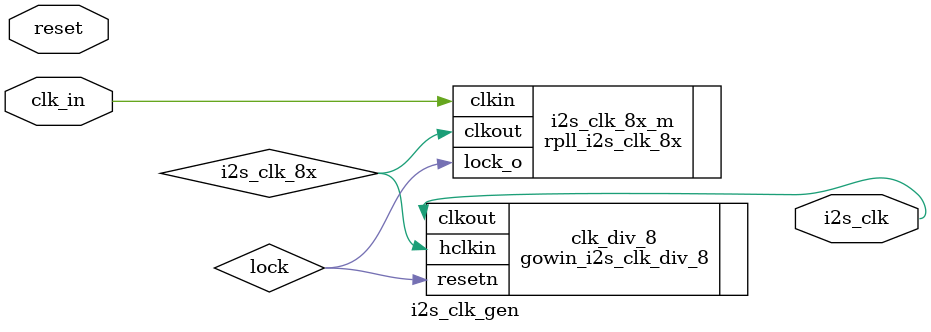
<source format=v>
module i2s_clk_gen (
    input wire clk_in,
    input wire reset, 
    output wire i2s_clk
);
    //VENDOR SPECIFIC

wire i2s_clk_8x;
wire lock; 
rpll_i2s_clk_8x i2s_clk_8x_m(
        .clkout(i2s_clk_8x), //output clkout
        .clkin(clk_in), //input clkin
        .lock_o(lock)
    );

gowin_i2s_clk_div_8 clk_div_8(
    .clkout(i2s_clk), //output clkout
    .hclkin(i2s_clk_8x), //input hclkin
    .resetn(lock) //input resetn
);

endmodule
</source>
